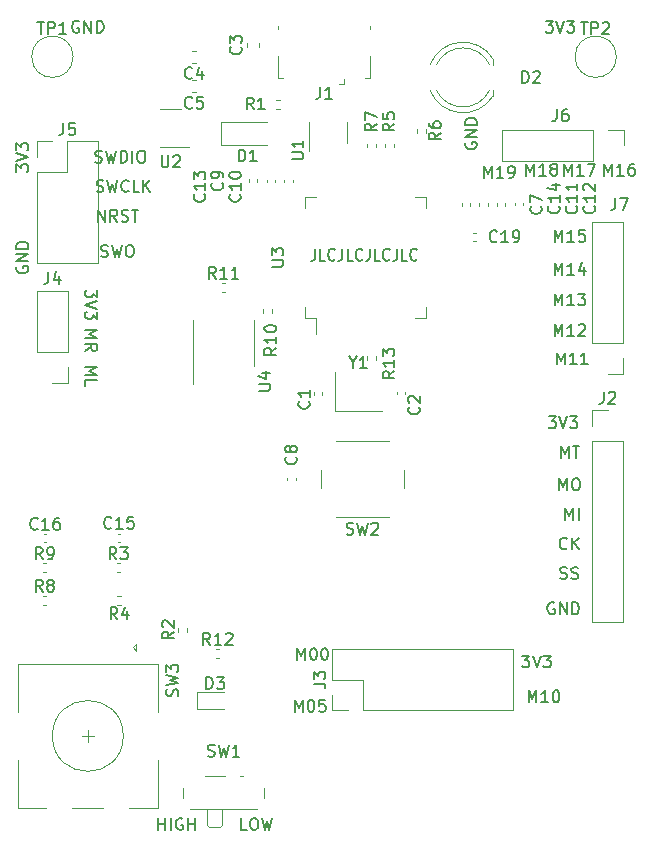
<source format=gbr>
%TF.GenerationSoftware,KiCad,Pcbnew,(5.1.10)-1*%
%TF.CreationDate,2021-11-12T17:46:38-08:00*%
%TF.ProjectId,mouse_proj,6d6f7573-655f-4707-926f-6a2e6b696361,rev?*%
%TF.SameCoordinates,Original*%
%TF.FileFunction,Legend,Top*%
%TF.FilePolarity,Positive*%
%FSLAX46Y46*%
G04 Gerber Fmt 4.6, Leading zero omitted, Abs format (unit mm)*
G04 Created by KiCad (PCBNEW (5.1.10)-1) date 2021-11-12 17:46:38*
%MOMM*%
%LPD*%
G01*
G04 APERTURE LIST*
%ADD10C,0.150000*%
%ADD11C,0.120000*%
G04 APERTURE END LIST*
D10*
X216242857Y-70252380D02*
X216242857Y-70966666D01*
X216200000Y-71109523D01*
X216114285Y-71204761D01*
X215985714Y-71252380D01*
X215900000Y-71252380D01*
X217100000Y-71252380D02*
X216671428Y-71252380D01*
X216671428Y-70252380D01*
X217914285Y-71157142D02*
X217871428Y-71204761D01*
X217742857Y-71252380D01*
X217657142Y-71252380D01*
X217528571Y-71204761D01*
X217442857Y-71109523D01*
X217400000Y-71014285D01*
X217357142Y-70823809D01*
X217357142Y-70680952D01*
X217400000Y-70490476D01*
X217442857Y-70395238D01*
X217528571Y-70300000D01*
X217657142Y-70252380D01*
X217742857Y-70252380D01*
X217871428Y-70300000D01*
X217914285Y-70347619D01*
X218557142Y-70252380D02*
X218557142Y-70966666D01*
X218514285Y-71109523D01*
X218428571Y-71204761D01*
X218300000Y-71252380D01*
X218214285Y-71252380D01*
X219414285Y-71252380D02*
X218985714Y-71252380D01*
X218985714Y-70252380D01*
X220228571Y-71157142D02*
X220185714Y-71204761D01*
X220057142Y-71252380D01*
X219971428Y-71252380D01*
X219842857Y-71204761D01*
X219757142Y-71109523D01*
X219714285Y-71014285D01*
X219671428Y-70823809D01*
X219671428Y-70680952D01*
X219714285Y-70490476D01*
X219757142Y-70395238D01*
X219842857Y-70300000D01*
X219971428Y-70252380D01*
X220057142Y-70252380D01*
X220185714Y-70300000D01*
X220228571Y-70347619D01*
X220871428Y-70252380D02*
X220871428Y-70966666D01*
X220828571Y-71109523D01*
X220742857Y-71204761D01*
X220614285Y-71252380D01*
X220528571Y-71252380D01*
X221728571Y-71252380D02*
X221300000Y-71252380D01*
X221300000Y-70252380D01*
X222542857Y-71157142D02*
X222500000Y-71204761D01*
X222371428Y-71252380D01*
X222285714Y-71252380D01*
X222157142Y-71204761D01*
X222071428Y-71109523D01*
X222028571Y-71014285D01*
X221985714Y-70823809D01*
X221985714Y-70680952D01*
X222028571Y-70490476D01*
X222071428Y-70395238D01*
X222157142Y-70300000D01*
X222285714Y-70252380D01*
X222371428Y-70252380D01*
X222500000Y-70300000D01*
X222542857Y-70347619D01*
X223185714Y-70252380D02*
X223185714Y-70966666D01*
X223142857Y-71109523D01*
X223057142Y-71204761D01*
X222928571Y-71252380D01*
X222842857Y-71252380D01*
X224042857Y-71252380D02*
X223614285Y-71252380D01*
X223614285Y-70252380D01*
X224857142Y-71157142D02*
X224814285Y-71204761D01*
X224685714Y-71252380D01*
X224600000Y-71252380D01*
X224471428Y-71204761D01*
X224385714Y-71109523D01*
X224342857Y-71014285D01*
X224300000Y-70823809D01*
X224300000Y-70680952D01*
X224342857Y-70490476D01*
X224385714Y-70395238D01*
X224471428Y-70300000D01*
X224600000Y-70252380D01*
X224685714Y-70252380D01*
X224814285Y-70300000D01*
X224857142Y-70347619D01*
X234114285Y-64052380D02*
X234114285Y-63052380D01*
X234447619Y-63766666D01*
X234780952Y-63052380D01*
X234780952Y-64052380D01*
X235780952Y-64052380D02*
X235209523Y-64052380D01*
X235495238Y-64052380D02*
X235495238Y-63052380D01*
X235400000Y-63195238D01*
X235304761Y-63290476D01*
X235209523Y-63338095D01*
X236352380Y-63480952D02*
X236257142Y-63433333D01*
X236209523Y-63385714D01*
X236161904Y-63290476D01*
X236161904Y-63242857D01*
X236209523Y-63147619D01*
X236257142Y-63100000D01*
X236352380Y-63052380D01*
X236542857Y-63052380D01*
X236638095Y-63100000D01*
X236685714Y-63147619D01*
X236733333Y-63242857D01*
X236733333Y-63290476D01*
X236685714Y-63385714D01*
X236638095Y-63433333D01*
X236542857Y-63480952D01*
X236352380Y-63480952D01*
X236257142Y-63528571D01*
X236209523Y-63576190D01*
X236161904Y-63671428D01*
X236161904Y-63861904D01*
X236209523Y-63957142D01*
X236257142Y-64004761D01*
X236352380Y-64052380D01*
X236542857Y-64052380D01*
X236638095Y-64004761D01*
X236685714Y-63957142D01*
X236733333Y-63861904D01*
X236733333Y-63671428D01*
X236685714Y-63576190D01*
X236638095Y-63528571D01*
X236542857Y-63480952D01*
X237314285Y-64052380D02*
X237314285Y-63052380D01*
X237647619Y-63766666D01*
X237980952Y-63052380D01*
X237980952Y-64052380D01*
X238980952Y-64052380D02*
X238409523Y-64052380D01*
X238695238Y-64052380D02*
X238695238Y-63052380D01*
X238600000Y-63195238D01*
X238504761Y-63290476D01*
X238409523Y-63338095D01*
X239314285Y-63052380D02*
X239980952Y-63052380D01*
X239552380Y-64052380D01*
X240714285Y-64052380D02*
X240714285Y-63052380D01*
X241047619Y-63766666D01*
X241380952Y-63052380D01*
X241380952Y-64052380D01*
X242380952Y-64052380D02*
X241809523Y-64052380D01*
X242095238Y-64052380D02*
X242095238Y-63052380D01*
X242000000Y-63195238D01*
X241904761Y-63290476D01*
X241809523Y-63338095D01*
X243238095Y-63052380D02*
X243047619Y-63052380D01*
X242952380Y-63100000D01*
X242904761Y-63147619D01*
X242809523Y-63290476D01*
X242761904Y-63480952D01*
X242761904Y-63861904D01*
X242809523Y-63957142D01*
X242857142Y-64004761D01*
X242952380Y-64052380D01*
X243142857Y-64052380D01*
X243238095Y-64004761D01*
X243285714Y-63957142D01*
X243333333Y-63861904D01*
X243333333Y-63623809D01*
X243285714Y-63528571D01*
X243238095Y-63480952D01*
X243142857Y-63433333D01*
X242952380Y-63433333D01*
X242857142Y-63480952D01*
X242809523Y-63528571D01*
X242761904Y-63623809D01*
X230514285Y-64252380D02*
X230514285Y-63252380D01*
X230847619Y-63966666D01*
X231180952Y-63252380D01*
X231180952Y-64252380D01*
X232180952Y-64252380D02*
X231609523Y-64252380D01*
X231895238Y-64252380D02*
X231895238Y-63252380D01*
X231800000Y-63395238D01*
X231704761Y-63490476D01*
X231609523Y-63538095D01*
X232657142Y-64252380D02*
X232847619Y-64252380D01*
X232942857Y-64204761D01*
X232990476Y-64157142D01*
X233085714Y-64014285D01*
X233133333Y-63823809D01*
X233133333Y-63442857D01*
X233085714Y-63347619D01*
X233038095Y-63300000D01*
X232942857Y-63252380D01*
X232752380Y-63252380D01*
X232657142Y-63300000D01*
X232609523Y-63347619D01*
X232561904Y-63442857D01*
X232561904Y-63680952D01*
X232609523Y-63776190D01*
X232657142Y-63823809D01*
X232752380Y-63871428D01*
X232942857Y-63871428D01*
X233038095Y-63823809D01*
X233085714Y-63776190D01*
X233133333Y-63680952D01*
X236514285Y-69652380D02*
X236514285Y-68652380D01*
X236847619Y-69366666D01*
X237180952Y-68652380D01*
X237180952Y-69652380D01*
X238180952Y-69652380D02*
X237609523Y-69652380D01*
X237895238Y-69652380D02*
X237895238Y-68652380D01*
X237800000Y-68795238D01*
X237704761Y-68890476D01*
X237609523Y-68938095D01*
X239085714Y-68652380D02*
X238609523Y-68652380D01*
X238561904Y-69128571D01*
X238609523Y-69080952D01*
X238704761Y-69033333D01*
X238942857Y-69033333D01*
X239038095Y-69080952D01*
X239085714Y-69128571D01*
X239133333Y-69223809D01*
X239133333Y-69461904D01*
X239085714Y-69557142D01*
X239038095Y-69604761D01*
X238942857Y-69652380D01*
X238704761Y-69652380D01*
X238609523Y-69604761D01*
X238561904Y-69557142D01*
X236514285Y-72452380D02*
X236514285Y-71452380D01*
X236847619Y-72166666D01*
X237180952Y-71452380D01*
X237180952Y-72452380D01*
X238180952Y-72452380D02*
X237609523Y-72452380D01*
X237895238Y-72452380D02*
X237895238Y-71452380D01*
X237800000Y-71595238D01*
X237704761Y-71690476D01*
X237609523Y-71738095D01*
X239038095Y-71785714D02*
X239038095Y-72452380D01*
X238800000Y-71404761D02*
X238561904Y-72119047D01*
X239180952Y-72119047D01*
X236514285Y-77652380D02*
X236514285Y-76652380D01*
X236847619Y-77366666D01*
X237180952Y-76652380D01*
X237180952Y-77652380D01*
X238180952Y-77652380D02*
X237609523Y-77652380D01*
X237895238Y-77652380D02*
X237895238Y-76652380D01*
X237800000Y-76795238D01*
X237704761Y-76890476D01*
X237609523Y-76938095D01*
X238561904Y-76747619D02*
X238609523Y-76700000D01*
X238704761Y-76652380D01*
X238942857Y-76652380D01*
X239038095Y-76700000D01*
X239085714Y-76747619D01*
X239133333Y-76842857D01*
X239133333Y-76938095D01*
X239085714Y-77080952D01*
X238514285Y-77652380D01*
X239133333Y-77652380D01*
X236514285Y-75052380D02*
X236514285Y-74052380D01*
X236847619Y-74766666D01*
X237180952Y-74052380D01*
X237180952Y-75052380D01*
X238180952Y-75052380D02*
X237609523Y-75052380D01*
X237895238Y-75052380D02*
X237895238Y-74052380D01*
X237800000Y-74195238D01*
X237704761Y-74290476D01*
X237609523Y-74338095D01*
X238514285Y-74052380D02*
X239133333Y-74052380D01*
X238800000Y-74433333D01*
X238942857Y-74433333D01*
X239038095Y-74480952D01*
X239085714Y-74528571D01*
X239133333Y-74623809D01*
X239133333Y-74861904D01*
X239085714Y-74957142D01*
X239038095Y-75004761D01*
X238942857Y-75052380D01*
X238657142Y-75052380D01*
X238561904Y-75004761D01*
X238514285Y-74957142D01*
X197738095Y-65404761D02*
X197880952Y-65452380D01*
X198119047Y-65452380D01*
X198214285Y-65404761D01*
X198261904Y-65357142D01*
X198309523Y-65261904D01*
X198309523Y-65166666D01*
X198261904Y-65071428D01*
X198214285Y-65023809D01*
X198119047Y-64976190D01*
X197928571Y-64928571D01*
X197833333Y-64880952D01*
X197785714Y-64833333D01*
X197738095Y-64738095D01*
X197738095Y-64642857D01*
X197785714Y-64547619D01*
X197833333Y-64500000D01*
X197928571Y-64452380D01*
X198166666Y-64452380D01*
X198309523Y-64500000D01*
X198642857Y-64452380D02*
X198880952Y-65452380D01*
X199071428Y-64738095D01*
X199261904Y-65452380D01*
X199500000Y-64452380D01*
X200452380Y-65357142D02*
X200404761Y-65404761D01*
X200261904Y-65452380D01*
X200166666Y-65452380D01*
X200023809Y-65404761D01*
X199928571Y-65309523D01*
X199880952Y-65214285D01*
X199833333Y-65023809D01*
X199833333Y-64880952D01*
X199880952Y-64690476D01*
X199928571Y-64595238D01*
X200023809Y-64500000D01*
X200166666Y-64452380D01*
X200261904Y-64452380D01*
X200404761Y-64500000D01*
X200452380Y-64547619D01*
X201357142Y-65452380D02*
X200880952Y-65452380D01*
X200880952Y-64452380D01*
X201690476Y-65452380D02*
X201690476Y-64452380D01*
X202261904Y-65452380D02*
X201833333Y-64880952D01*
X202261904Y-64452380D02*
X201690476Y-65023809D01*
X229000000Y-61261904D02*
X228952380Y-61357142D01*
X228952380Y-61500000D01*
X229000000Y-61642857D01*
X229095238Y-61738095D01*
X229190476Y-61785714D01*
X229380952Y-61833333D01*
X229523809Y-61833333D01*
X229714285Y-61785714D01*
X229809523Y-61738095D01*
X229904761Y-61642857D01*
X229952380Y-61500000D01*
X229952380Y-61404761D01*
X229904761Y-61261904D01*
X229857142Y-61214285D01*
X229523809Y-61214285D01*
X229523809Y-61404761D01*
X229952380Y-60785714D02*
X228952380Y-60785714D01*
X229952380Y-60214285D01*
X228952380Y-60214285D01*
X229952380Y-59738095D02*
X228952380Y-59738095D01*
X228952380Y-59500000D01*
X229000000Y-59357142D01*
X229095238Y-59261904D01*
X229190476Y-59214285D01*
X229380952Y-59166666D01*
X229523809Y-59166666D01*
X229714285Y-59214285D01*
X229809523Y-59261904D01*
X229904761Y-59357142D01*
X229952380Y-59500000D01*
X229952380Y-59738095D01*
X202952380Y-119452380D02*
X202952380Y-118452380D01*
X202952380Y-118928571D02*
X203523809Y-118928571D01*
X203523809Y-119452380D02*
X203523809Y-118452380D01*
X204000000Y-119452380D02*
X204000000Y-118452380D01*
X205000000Y-118500000D02*
X204904761Y-118452380D01*
X204761904Y-118452380D01*
X204619047Y-118500000D01*
X204523809Y-118595238D01*
X204476190Y-118690476D01*
X204428571Y-118880952D01*
X204428571Y-119023809D01*
X204476190Y-119214285D01*
X204523809Y-119309523D01*
X204619047Y-119404761D01*
X204761904Y-119452380D01*
X204857142Y-119452380D01*
X205000000Y-119404761D01*
X205047619Y-119357142D01*
X205047619Y-119023809D01*
X204857142Y-119023809D01*
X205476190Y-119452380D02*
X205476190Y-118452380D01*
X205476190Y-118928571D02*
X206047619Y-118928571D01*
X206047619Y-119452380D02*
X206047619Y-118452380D01*
X210464285Y-119452380D02*
X209988095Y-119452380D01*
X209988095Y-118452380D01*
X210988095Y-118452380D02*
X211178571Y-118452380D01*
X211273809Y-118500000D01*
X211369047Y-118595238D01*
X211416666Y-118785714D01*
X211416666Y-119119047D01*
X211369047Y-119309523D01*
X211273809Y-119404761D01*
X211178571Y-119452380D01*
X210988095Y-119452380D01*
X210892857Y-119404761D01*
X210797619Y-119309523D01*
X210750000Y-119119047D01*
X210750000Y-118785714D01*
X210797619Y-118595238D01*
X210892857Y-118500000D01*
X210988095Y-118452380D01*
X211750000Y-118452380D02*
X211988095Y-119452380D01*
X212178571Y-118738095D01*
X212369047Y-119452380D01*
X212607142Y-118452380D01*
X233761904Y-104702380D02*
X234380952Y-104702380D01*
X234047619Y-105083333D01*
X234190476Y-105083333D01*
X234285714Y-105130952D01*
X234333333Y-105178571D01*
X234380952Y-105273809D01*
X234380952Y-105511904D01*
X234333333Y-105607142D01*
X234285714Y-105654761D01*
X234190476Y-105702380D01*
X233904761Y-105702380D01*
X233809523Y-105654761D01*
X233761904Y-105607142D01*
X234666666Y-104702380D02*
X235000000Y-105702380D01*
X235333333Y-104702380D01*
X235571428Y-104702380D02*
X236190476Y-104702380D01*
X235857142Y-105083333D01*
X236000000Y-105083333D01*
X236095238Y-105130952D01*
X236142857Y-105178571D01*
X236190476Y-105273809D01*
X236190476Y-105511904D01*
X236142857Y-105607142D01*
X236095238Y-105654761D01*
X236000000Y-105702380D01*
X235714285Y-105702380D01*
X235619047Y-105654761D01*
X235571428Y-105607142D01*
X235761904Y-50952380D02*
X236380952Y-50952380D01*
X236047619Y-51333333D01*
X236190476Y-51333333D01*
X236285714Y-51380952D01*
X236333333Y-51428571D01*
X236380952Y-51523809D01*
X236380952Y-51761904D01*
X236333333Y-51857142D01*
X236285714Y-51904761D01*
X236190476Y-51952380D01*
X235904761Y-51952380D01*
X235809523Y-51904761D01*
X235761904Y-51857142D01*
X236666666Y-50952380D02*
X237000000Y-51952380D01*
X237333333Y-50952380D01*
X237571428Y-50952380D02*
X238190476Y-50952380D01*
X237857142Y-51333333D01*
X238000000Y-51333333D01*
X238095238Y-51380952D01*
X238142857Y-51428571D01*
X238190476Y-51523809D01*
X238190476Y-51761904D01*
X238142857Y-51857142D01*
X238095238Y-51904761D01*
X238000000Y-51952380D01*
X237714285Y-51952380D01*
X237619047Y-51904761D01*
X237571428Y-51857142D01*
X196238095Y-51000000D02*
X196142857Y-50952380D01*
X196000000Y-50952380D01*
X195857142Y-51000000D01*
X195761904Y-51095238D01*
X195714285Y-51190476D01*
X195666666Y-51380952D01*
X195666666Y-51523809D01*
X195714285Y-51714285D01*
X195761904Y-51809523D01*
X195857142Y-51904761D01*
X196000000Y-51952380D01*
X196095238Y-51952380D01*
X196238095Y-51904761D01*
X196285714Y-51857142D01*
X196285714Y-51523809D01*
X196095238Y-51523809D01*
X196714285Y-51952380D02*
X196714285Y-50952380D01*
X197285714Y-51952380D01*
X197285714Y-50952380D01*
X197761904Y-51952380D02*
X197761904Y-50952380D01*
X198000000Y-50952380D01*
X198142857Y-51000000D01*
X198238095Y-51095238D01*
X198285714Y-51190476D01*
X198333333Y-51380952D01*
X198333333Y-51523809D01*
X198285714Y-51714285D01*
X198238095Y-51809523D01*
X198142857Y-51904761D01*
X198000000Y-51952380D01*
X197761904Y-51952380D01*
X236488095Y-100250000D02*
X236392857Y-100202380D01*
X236250000Y-100202380D01*
X236107142Y-100250000D01*
X236011904Y-100345238D01*
X235964285Y-100440476D01*
X235916666Y-100630952D01*
X235916666Y-100773809D01*
X235964285Y-100964285D01*
X236011904Y-101059523D01*
X236107142Y-101154761D01*
X236250000Y-101202380D01*
X236345238Y-101202380D01*
X236488095Y-101154761D01*
X236535714Y-101107142D01*
X236535714Y-100773809D01*
X236345238Y-100773809D01*
X236964285Y-101202380D02*
X236964285Y-100202380D01*
X237535714Y-101202380D01*
X237535714Y-100202380D01*
X238011904Y-101202380D02*
X238011904Y-100202380D01*
X238250000Y-100202380D01*
X238392857Y-100250000D01*
X238488095Y-100345238D01*
X238535714Y-100440476D01*
X238583333Y-100630952D01*
X238583333Y-100773809D01*
X238535714Y-100964285D01*
X238488095Y-101059523D01*
X238392857Y-101154761D01*
X238250000Y-101202380D01*
X238011904Y-101202380D01*
X236988095Y-98154761D02*
X237130952Y-98202380D01*
X237369047Y-98202380D01*
X237464285Y-98154761D01*
X237511904Y-98107142D01*
X237559523Y-98011904D01*
X237559523Y-97916666D01*
X237511904Y-97821428D01*
X237464285Y-97773809D01*
X237369047Y-97726190D01*
X237178571Y-97678571D01*
X237083333Y-97630952D01*
X237035714Y-97583333D01*
X236988095Y-97488095D01*
X236988095Y-97392857D01*
X237035714Y-97297619D01*
X237083333Y-97250000D01*
X237178571Y-97202380D01*
X237416666Y-97202380D01*
X237559523Y-97250000D01*
X237940476Y-98154761D02*
X238083333Y-98202380D01*
X238321428Y-98202380D01*
X238416666Y-98154761D01*
X238464285Y-98107142D01*
X238511904Y-98011904D01*
X238511904Y-97916666D01*
X238464285Y-97821428D01*
X238416666Y-97773809D01*
X238321428Y-97726190D01*
X238130952Y-97678571D01*
X238035714Y-97630952D01*
X237988095Y-97583333D01*
X237940476Y-97488095D01*
X237940476Y-97392857D01*
X237988095Y-97297619D01*
X238035714Y-97250000D01*
X238130952Y-97202380D01*
X238369047Y-97202380D01*
X238511904Y-97250000D01*
X237559523Y-95607142D02*
X237511904Y-95654761D01*
X237369047Y-95702380D01*
X237273809Y-95702380D01*
X237130952Y-95654761D01*
X237035714Y-95559523D01*
X236988095Y-95464285D01*
X236940476Y-95273809D01*
X236940476Y-95130952D01*
X236988095Y-94940476D01*
X237035714Y-94845238D01*
X237130952Y-94750000D01*
X237273809Y-94702380D01*
X237369047Y-94702380D01*
X237511904Y-94750000D01*
X237559523Y-94797619D01*
X237988095Y-95702380D02*
X237988095Y-94702380D01*
X238559523Y-95702380D02*
X238130952Y-95130952D01*
X238559523Y-94702380D02*
X237988095Y-95273809D01*
X237428571Y-93202380D02*
X237428571Y-92202380D01*
X237761904Y-92916666D01*
X238095238Y-92202380D01*
X238095238Y-93202380D01*
X238571428Y-93202380D02*
X238571428Y-92202380D01*
X236892857Y-90702380D02*
X236892857Y-89702380D01*
X237226190Y-90416666D01*
X237559523Y-89702380D01*
X237559523Y-90702380D01*
X238226190Y-89702380D02*
X238416666Y-89702380D01*
X238511904Y-89750000D01*
X238607142Y-89845238D01*
X238654761Y-90035714D01*
X238654761Y-90369047D01*
X238607142Y-90559523D01*
X238511904Y-90654761D01*
X238416666Y-90702380D01*
X238226190Y-90702380D01*
X238130952Y-90654761D01*
X238035714Y-90559523D01*
X237988095Y-90369047D01*
X237988095Y-90035714D01*
X238035714Y-89845238D01*
X238130952Y-89750000D01*
X238226190Y-89702380D01*
X237035714Y-87952380D02*
X237035714Y-86952380D01*
X237369047Y-87666666D01*
X237702380Y-86952380D01*
X237702380Y-87952380D01*
X238035714Y-86952380D02*
X238607142Y-86952380D01*
X238321428Y-87952380D02*
X238321428Y-86952380D01*
X236011904Y-84452380D02*
X236630952Y-84452380D01*
X236297619Y-84833333D01*
X236440476Y-84833333D01*
X236535714Y-84880952D01*
X236583333Y-84928571D01*
X236630952Y-85023809D01*
X236630952Y-85261904D01*
X236583333Y-85357142D01*
X236535714Y-85404761D01*
X236440476Y-85452380D01*
X236154761Y-85452380D01*
X236059523Y-85404761D01*
X236011904Y-85357142D01*
X236916666Y-84452380D02*
X237250000Y-85452380D01*
X237583333Y-84452380D01*
X237821428Y-84452380D02*
X238440476Y-84452380D01*
X238107142Y-84833333D01*
X238250000Y-84833333D01*
X238345238Y-84880952D01*
X238392857Y-84928571D01*
X238440476Y-85023809D01*
X238440476Y-85261904D01*
X238392857Y-85357142D01*
X238345238Y-85404761D01*
X238250000Y-85452380D01*
X237964285Y-85452380D01*
X237869047Y-85404761D01*
X237821428Y-85357142D01*
X190952380Y-63738095D02*
X190952380Y-63119047D01*
X191333333Y-63452380D01*
X191333333Y-63309523D01*
X191380952Y-63214285D01*
X191428571Y-63166666D01*
X191523809Y-63119047D01*
X191761904Y-63119047D01*
X191857142Y-63166666D01*
X191904761Y-63214285D01*
X191952380Y-63309523D01*
X191952380Y-63595238D01*
X191904761Y-63690476D01*
X191857142Y-63738095D01*
X190952380Y-62833333D02*
X191952380Y-62500000D01*
X190952380Y-62166666D01*
X190952380Y-61928571D02*
X190952380Y-61309523D01*
X191333333Y-61642857D01*
X191333333Y-61500000D01*
X191380952Y-61404761D01*
X191428571Y-61357142D01*
X191523809Y-61309523D01*
X191761904Y-61309523D01*
X191857142Y-61357142D01*
X191904761Y-61404761D01*
X191952380Y-61500000D01*
X191952380Y-61785714D01*
X191904761Y-61880952D01*
X191857142Y-61928571D01*
X191000000Y-71761904D02*
X190952380Y-71857142D01*
X190952380Y-72000000D01*
X191000000Y-72142857D01*
X191095238Y-72238095D01*
X191190476Y-72285714D01*
X191380952Y-72333333D01*
X191523809Y-72333333D01*
X191714285Y-72285714D01*
X191809523Y-72238095D01*
X191904761Y-72142857D01*
X191952380Y-72000000D01*
X191952380Y-71904761D01*
X191904761Y-71761904D01*
X191857142Y-71714285D01*
X191523809Y-71714285D01*
X191523809Y-71904761D01*
X191952380Y-71285714D02*
X190952380Y-71285714D01*
X191952380Y-70714285D01*
X190952380Y-70714285D01*
X191952380Y-70238095D02*
X190952380Y-70238095D01*
X190952380Y-70000000D01*
X191000000Y-69857142D01*
X191095238Y-69761904D01*
X191190476Y-69714285D01*
X191380952Y-69666666D01*
X191523809Y-69666666D01*
X191714285Y-69714285D01*
X191809523Y-69761904D01*
X191904761Y-69857142D01*
X191952380Y-70000000D01*
X191952380Y-70238095D01*
X198119047Y-70904761D02*
X198261904Y-70952380D01*
X198500000Y-70952380D01*
X198595238Y-70904761D01*
X198642857Y-70857142D01*
X198690476Y-70761904D01*
X198690476Y-70666666D01*
X198642857Y-70571428D01*
X198595238Y-70523809D01*
X198500000Y-70476190D01*
X198309523Y-70428571D01*
X198214285Y-70380952D01*
X198166666Y-70333333D01*
X198119047Y-70238095D01*
X198119047Y-70142857D01*
X198166666Y-70047619D01*
X198214285Y-70000000D01*
X198309523Y-69952380D01*
X198547619Y-69952380D01*
X198690476Y-70000000D01*
X199023809Y-69952380D02*
X199261904Y-70952380D01*
X199452380Y-70238095D01*
X199642857Y-70952380D01*
X199880952Y-69952380D01*
X200452380Y-69952380D02*
X200642857Y-69952380D01*
X200738095Y-70000000D01*
X200833333Y-70095238D01*
X200880952Y-70285714D01*
X200880952Y-70619047D01*
X200833333Y-70809523D01*
X200738095Y-70904761D01*
X200642857Y-70952380D01*
X200452380Y-70952380D01*
X200357142Y-70904761D01*
X200261904Y-70809523D01*
X200214285Y-70619047D01*
X200214285Y-70285714D01*
X200261904Y-70095238D01*
X200357142Y-70000000D01*
X200452380Y-69952380D01*
X197857142Y-67952380D02*
X197857142Y-66952380D01*
X198428571Y-67952380D01*
X198428571Y-66952380D01*
X199476190Y-67952380D02*
X199142857Y-67476190D01*
X198904761Y-67952380D02*
X198904761Y-66952380D01*
X199285714Y-66952380D01*
X199380952Y-67000000D01*
X199428571Y-67047619D01*
X199476190Y-67142857D01*
X199476190Y-67285714D01*
X199428571Y-67380952D01*
X199380952Y-67428571D01*
X199285714Y-67476190D01*
X198904761Y-67476190D01*
X199857142Y-67904761D02*
X200000000Y-67952380D01*
X200238095Y-67952380D01*
X200333333Y-67904761D01*
X200380952Y-67857142D01*
X200428571Y-67761904D01*
X200428571Y-67666666D01*
X200380952Y-67571428D01*
X200333333Y-67523809D01*
X200238095Y-67476190D01*
X200047619Y-67428571D01*
X199952380Y-67380952D01*
X199904761Y-67333333D01*
X199857142Y-67238095D01*
X199857142Y-67142857D01*
X199904761Y-67047619D01*
X199952380Y-67000000D01*
X200047619Y-66952380D01*
X200285714Y-66952380D01*
X200428571Y-67000000D01*
X200714285Y-66952380D02*
X201285714Y-66952380D01*
X201000000Y-67952380D02*
X201000000Y-66952380D01*
X197630952Y-62904761D02*
X197773809Y-62952380D01*
X198011904Y-62952380D01*
X198107142Y-62904761D01*
X198154761Y-62857142D01*
X198202380Y-62761904D01*
X198202380Y-62666666D01*
X198154761Y-62571428D01*
X198107142Y-62523809D01*
X198011904Y-62476190D01*
X197821428Y-62428571D01*
X197726190Y-62380952D01*
X197678571Y-62333333D01*
X197630952Y-62238095D01*
X197630952Y-62142857D01*
X197678571Y-62047619D01*
X197726190Y-62000000D01*
X197821428Y-61952380D01*
X198059523Y-61952380D01*
X198202380Y-62000000D01*
X198535714Y-61952380D02*
X198773809Y-62952380D01*
X198964285Y-62238095D01*
X199154761Y-62952380D01*
X199392857Y-61952380D01*
X199773809Y-62952380D02*
X199773809Y-61952380D01*
X200011904Y-61952380D01*
X200154761Y-62000000D01*
X200250000Y-62095238D01*
X200297619Y-62190476D01*
X200345238Y-62380952D01*
X200345238Y-62523809D01*
X200297619Y-62714285D01*
X200250000Y-62809523D01*
X200154761Y-62904761D01*
X200011904Y-62952380D01*
X199773809Y-62952380D01*
X200773809Y-62952380D02*
X200773809Y-61952380D01*
X201440476Y-61952380D02*
X201630952Y-61952380D01*
X201726190Y-62000000D01*
X201821428Y-62095238D01*
X201869047Y-62285714D01*
X201869047Y-62619047D01*
X201821428Y-62809523D01*
X201726190Y-62904761D01*
X201630952Y-62952380D01*
X201440476Y-62952380D01*
X201345238Y-62904761D01*
X201250000Y-62809523D01*
X201202380Y-62619047D01*
X201202380Y-62285714D01*
X201250000Y-62095238D01*
X201345238Y-62000000D01*
X201440476Y-61952380D01*
X197797619Y-73761904D02*
X197797619Y-74380952D01*
X197416666Y-74047619D01*
X197416666Y-74190476D01*
X197369047Y-74285714D01*
X197321428Y-74333333D01*
X197226190Y-74380952D01*
X196988095Y-74380952D01*
X196892857Y-74333333D01*
X196845238Y-74285714D01*
X196797619Y-74190476D01*
X196797619Y-73904761D01*
X196845238Y-73809523D01*
X196892857Y-73761904D01*
X197797619Y-74666666D02*
X196797619Y-75000000D01*
X197797619Y-75333333D01*
X197797619Y-75571428D02*
X197797619Y-76190476D01*
X197416666Y-75857142D01*
X197416666Y-76000000D01*
X197369047Y-76095238D01*
X197321428Y-76142857D01*
X197226190Y-76190476D01*
X196988095Y-76190476D01*
X196892857Y-76142857D01*
X196845238Y-76095238D01*
X196797619Y-76000000D01*
X196797619Y-75714285D01*
X196845238Y-75619047D01*
X196892857Y-75571428D01*
X196797619Y-80261904D02*
X197797619Y-80261904D01*
X197083333Y-80595238D01*
X197797619Y-80928571D01*
X196797619Y-80928571D01*
X196797619Y-81880952D02*
X196797619Y-81404761D01*
X197797619Y-81404761D01*
X196797619Y-77166666D02*
X197797619Y-77166666D01*
X197083333Y-77500000D01*
X197797619Y-77833333D01*
X196797619Y-77833333D01*
X196797619Y-78880952D02*
X197273809Y-78547619D01*
X196797619Y-78309523D02*
X197797619Y-78309523D01*
X197797619Y-78690476D01*
X197750000Y-78785714D01*
X197702380Y-78833333D01*
X197607142Y-78880952D01*
X197464285Y-78880952D01*
X197369047Y-78833333D01*
X197321428Y-78785714D01*
X197273809Y-78690476D01*
X197273809Y-78309523D01*
X214514285Y-109452380D02*
X214514285Y-108452380D01*
X214847619Y-109166666D01*
X215180952Y-108452380D01*
X215180952Y-109452380D01*
X215847619Y-108452380D02*
X215942857Y-108452380D01*
X216038095Y-108500000D01*
X216085714Y-108547619D01*
X216133333Y-108642857D01*
X216180952Y-108833333D01*
X216180952Y-109071428D01*
X216133333Y-109261904D01*
X216085714Y-109357142D01*
X216038095Y-109404761D01*
X215942857Y-109452380D01*
X215847619Y-109452380D01*
X215752380Y-109404761D01*
X215704761Y-109357142D01*
X215657142Y-109261904D01*
X215609523Y-109071428D01*
X215609523Y-108833333D01*
X215657142Y-108642857D01*
X215704761Y-108547619D01*
X215752380Y-108500000D01*
X215847619Y-108452380D01*
X217085714Y-108452380D02*
X216609523Y-108452380D01*
X216561904Y-108928571D01*
X216609523Y-108880952D01*
X216704761Y-108833333D01*
X216942857Y-108833333D01*
X217038095Y-108880952D01*
X217085714Y-108928571D01*
X217133333Y-109023809D01*
X217133333Y-109261904D01*
X217085714Y-109357142D01*
X217038095Y-109404761D01*
X216942857Y-109452380D01*
X216704761Y-109452380D01*
X216609523Y-109404761D01*
X216561904Y-109357142D01*
X236714285Y-80052380D02*
X236714285Y-79052380D01*
X237047619Y-79766666D01*
X237380952Y-79052380D01*
X237380952Y-80052380D01*
X238380952Y-80052380D02*
X237809523Y-80052380D01*
X238095238Y-80052380D02*
X238095238Y-79052380D01*
X238000000Y-79195238D01*
X237904761Y-79290476D01*
X237809523Y-79338095D01*
X239333333Y-80052380D02*
X238761904Y-80052380D01*
X239047619Y-80052380D02*
X239047619Y-79052380D01*
X238952380Y-79195238D01*
X238857142Y-79290476D01*
X238761904Y-79338095D01*
X234314285Y-108652380D02*
X234314285Y-107652380D01*
X234647619Y-108366666D01*
X234980952Y-107652380D01*
X234980952Y-108652380D01*
X235980952Y-108652380D02*
X235409523Y-108652380D01*
X235695238Y-108652380D02*
X235695238Y-107652380D01*
X235600000Y-107795238D01*
X235504761Y-107890476D01*
X235409523Y-107938095D01*
X236600000Y-107652380D02*
X236695238Y-107652380D01*
X236790476Y-107700000D01*
X236838095Y-107747619D01*
X236885714Y-107842857D01*
X236933333Y-108033333D01*
X236933333Y-108271428D01*
X236885714Y-108461904D01*
X236838095Y-108557142D01*
X236790476Y-108604761D01*
X236695238Y-108652380D01*
X236600000Y-108652380D01*
X236504761Y-108604761D01*
X236457142Y-108557142D01*
X236409523Y-108461904D01*
X236361904Y-108271428D01*
X236361904Y-108033333D01*
X236409523Y-107842857D01*
X236457142Y-107747619D01*
X236504761Y-107700000D01*
X236600000Y-107652380D01*
X214714285Y-105052380D02*
X214714285Y-104052380D01*
X215047619Y-104766666D01*
X215380952Y-104052380D01*
X215380952Y-105052380D01*
X216047619Y-104052380D02*
X216142857Y-104052380D01*
X216238095Y-104100000D01*
X216285714Y-104147619D01*
X216333333Y-104242857D01*
X216380952Y-104433333D01*
X216380952Y-104671428D01*
X216333333Y-104861904D01*
X216285714Y-104957142D01*
X216238095Y-105004761D01*
X216142857Y-105052380D01*
X216047619Y-105052380D01*
X215952380Y-105004761D01*
X215904761Y-104957142D01*
X215857142Y-104861904D01*
X215809523Y-104671428D01*
X215809523Y-104433333D01*
X215857142Y-104242857D01*
X215904761Y-104147619D01*
X215952380Y-104100000D01*
X216047619Y-104052380D01*
X217000000Y-104052380D02*
X217095238Y-104052380D01*
X217190476Y-104100000D01*
X217238095Y-104147619D01*
X217285714Y-104242857D01*
X217333333Y-104433333D01*
X217333333Y-104671428D01*
X217285714Y-104861904D01*
X217238095Y-104957142D01*
X217190476Y-105004761D01*
X217095238Y-105052380D01*
X217000000Y-105052380D01*
X216904761Y-105004761D01*
X216857142Y-104957142D01*
X216809523Y-104861904D01*
X216761904Y-104671428D01*
X216761904Y-104433333D01*
X216809523Y-104242857D01*
X216857142Y-104147619D01*
X216904761Y-104100000D01*
X217000000Y-104052380D01*
D11*
%TO.C,U3*%
X225610000Y-66840000D02*
X225610000Y-65890000D01*
X225610000Y-65890000D02*
X224660000Y-65890000D01*
X225610000Y-75160000D02*
X225610000Y-76110000D01*
X225610000Y-76110000D02*
X224660000Y-76110000D01*
X215390000Y-66840000D02*
X215390000Y-65890000D01*
X215390000Y-65890000D02*
X216340000Y-65890000D01*
X215390000Y-75160000D02*
X215390000Y-76110000D01*
X215390000Y-76110000D02*
X216340000Y-76110000D01*
X216340000Y-76110000D02*
X216340000Y-77450000D01*
%TO.C,SW2*%
X216750000Y-89000000D02*
X216750000Y-90500000D01*
X218000000Y-93000000D02*
X222500000Y-93000000D01*
X223750000Y-90500000D02*
X223750000Y-89000000D01*
X222500000Y-86500000D02*
X218000000Y-86500000D01*
%TO.C,C14*%
X230140000Y-66392164D02*
X230140000Y-66607836D01*
X230860000Y-66392164D02*
X230860000Y-66607836D01*
%TO.C,C11*%
X232360000Y-66412164D02*
X232360000Y-66627836D01*
X231640000Y-66412164D02*
X231640000Y-66627836D01*
%TO.C,C12*%
X233140000Y-66372164D02*
X233140000Y-66587836D01*
X233860000Y-66372164D02*
X233860000Y-66587836D01*
%TO.C,C13*%
X210640000Y-64587836D02*
X210640000Y-64372164D01*
X211360000Y-64587836D02*
X211360000Y-64372164D01*
%TO.C,C9*%
X212140000Y-64627836D02*
X212140000Y-64412164D01*
X212860000Y-64627836D02*
X212860000Y-64412164D01*
%TO.C,C10*%
X214360000Y-64627836D02*
X214360000Y-64412164D01*
X213640000Y-64627836D02*
X213640000Y-64412164D01*
%TO.C,C7*%
X229360000Y-66412164D02*
X229360000Y-66627836D01*
X228640000Y-66412164D02*
X228640000Y-66627836D01*
%TO.C,D2*%
X231321500Y-54670000D02*
X231321500Y-54205000D01*
X231321500Y-57295000D02*
X231321500Y-56830000D01*
X225973685Y-56830827D02*
G75*
G03*
X231321500Y-57294830I2787815J1080827D01*
G01*
X225973685Y-54669173D02*
G75*
G02*
X231321500Y-54205170I2787815J-1080827D01*
G01*
X226507021Y-56830429D02*
G75*
G03*
X231016184Y-56830000I2254479J1080429D01*
G01*
X226507021Y-54669571D02*
G75*
G02*
X231016184Y-54670000I2254479J-1080429D01*
G01*
%TO.C,J1*%
X218700000Y-56312500D02*
X218700000Y-55862500D01*
X218700000Y-56312500D02*
X218250000Y-56312500D01*
X213100000Y-55762500D02*
X213550000Y-55762500D01*
X213100000Y-53912500D02*
X213100000Y-55762500D01*
X220900000Y-51362500D02*
X220900000Y-51612500D01*
X213100000Y-51362500D02*
X213100000Y-51612500D01*
X220900000Y-53912500D02*
X220900000Y-55762500D01*
X220900000Y-55762500D02*
X220450000Y-55762500D01*
%TO.C,J2*%
X239670000Y-83920000D02*
X241000000Y-83920000D01*
X239670000Y-85250000D02*
X239670000Y-83920000D01*
X239670000Y-86520000D02*
X242330000Y-86520000D01*
X242330000Y-86520000D02*
X242330000Y-101820000D01*
X239670000Y-86520000D02*
X239670000Y-101820000D01*
X239670000Y-101820000D02*
X242330000Y-101820000D01*
%TO.C,J4*%
X195330000Y-81580000D02*
X194000000Y-81580000D01*
X195330000Y-80250000D02*
X195330000Y-81580000D01*
X195330000Y-78980000D02*
X192670000Y-78980000D01*
X192670000Y-78980000D02*
X192670000Y-73840000D01*
X195330000Y-78980000D02*
X195330000Y-73840000D01*
X195330000Y-73840000D02*
X192670000Y-73840000D01*
%TO.C,J5*%
X192670000Y-61170000D02*
X194000000Y-61170000D01*
X192670000Y-62500000D02*
X192670000Y-61170000D01*
X195270000Y-61170000D02*
X197870000Y-61170000D01*
X195270000Y-63770000D02*
X195270000Y-61170000D01*
X192670000Y-63770000D02*
X195270000Y-63770000D01*
X197870000Y-61170000D02*
X197870000Y-71450000D01*
X192670000Y-63770000D02*
X192670000Y-71450000D01*
X192670000Y-71450000D02*
X197870000Y-71450000D01*
%TO.C,SW1*%
X211950000Y-116720000D02*
X211950000Y-115930000D01*
X205050000Y-115930000D02*
X205050000Y-116720000D01*
X206900000Y-114880000D02*
X208600000Y-114880000D01*
X205650000Y-117730000D02*
X211350000Y-117730000D01*
X208400000Y-119020000D02*
X208400000Y-117730000D01*
X207300000Y-119230000D02*
X208200000Y-119230000D01*
X207100000Y-117730000D02*
X207100000Y-119020000D01*
X208400000Y-119020000D02*
X208200000Y-119230000D01*
X207100000Y-119020000D02*
X207300000Y-119230000D01*
X209900000Y-114880000D02*
X210100000Y-114880000D01*
%TO.C,SW3*%
X200000000Y-111500000D02*
G75*
G03*
X200000000Y-111500000I-3000000J0D01*
G01*
X202900000Y-113500000D02*
X202900000Y-117600000D01*
X191100000Y-117600000D02*
X191100000Y-113500000D01*
X191100000Y-109500000D02*
X191100000Y-105400000D01*
X202900000Y-109500000D02*
X202900000Y-105400000D01*
X202900000Y-105400000D02*
X191100000Y-105400000D01*
X200800000Y-104000000D02*
X201100000Y-103700000D01*
X201100000Y-103700000D02*
X201100000Y-104300000D01*
X201100000Y-104300000D02*
X200800000Y-104000000D01*
X202900000Y-117600000D02*
X200500000Y-117600000D01*
X198300000Y-117600000D02*
X195700000Y-117600000D01*
X193500000Y-117600000D02*
X191100000Y-117600000D01*
X197500000Y-111500000D02*
X196500000Y-111500000D01*
X197000000Y-111000000D02*
X197000000Y-112000000D01*
%TO.C,TP1*%
X195750000Y-54000000D02*
G75*
G03*
X195750000Y-54000000I-1750000J0D01*
G01*
%TO.C,TP2*%
X241750000Y-54000000D02*
G75*
G03*
X241750000Y-54000000I-1750000J0D01*
G01*
%TO.C,U1*%
X215715000Y-59525000D02*
X215715000Y-61975000D01*
X218935000Y-61325000D02*
X218935000Y-59525000D01*
%TO.C,C1*%
X216860000Y-82627836D02*
X216860000Y-82412164D01*
X216140000Y-82627836D02*
X216140000Y-82412164D01*
%TO.C,C2*%
X223860000Y-82372164D02*
X223860000Y-82587836D01*
X223140000Y-82372164D02*
X223140000Y-82587836D01*
%TO.C,C3*%
X210490000Y-53140580D02*
X210490000Y-52859420D01*
X211510000Y-53140580D02*
X211510000Y-52859420D01*
%TO.C,C4*%
X206140580Y-53490000D02*
X205859420Y-53490000D01*
X206140580Y-54510000D02*
X205859420Y-54510000D01*
%TO.C,C5*%
X206140580Y-57010000D02*
X205859420Y-57010000D01*
X206140580Y-55990000D02*
X205859420Y-55990000D01*
%TO.C,C8*%
X214610000Y-89622164D02*
X214610000Y-89837836D01*
X213890000Y-89622164D02*
X213890000Y-89837836D01*
%TO.C,C15*%
X199745336Y-95110000D02*
X199529664Y-95110000D01*
X199745336Y-94390000D02*
X199529664Y-94390000D01*
%TO.C,C16*%
X193279664Y-95110000D02*
X193495336Y-95110000D01*
X193279664Y-94390000D02*
X193495336Y-94390000D01*
%TO.C,C19*%
X229642164Y-69610000D02*
X229857836Y-69610000D01*
X229642164Y-68890000D02*
X229857836Y-68890000D01*
%TO.C,D1*%
X208250000Y-59500000D02*
X208250000Y-61500000D01*
X208250000Y-61500000D02*
X212150000Y-61500000D01*
X208250000Y-59500000D02*
X212150000Y-59500000D01*
%TO.C,D3*%
X208550000Y-107765000D02*
X206265000Y-107765000D01*
X206265000Y-107765000D02*
X206265000Y-109235000D01*
X206265000Y-109235000D02*
X208550000Y-109235000D01*
%TO.C,R1*%
X213241141Y-57620000D02*
X212933859Y-57620000D01*
X213241141Y-58380000D02*
X212933859Y-58380000D01*
%TO.C,R2*%
X205380000Y-102663641D02*
X205380000Y-102356359D01*
X204620000Y-102663641D02*
X204620000Y-102356359D01*
%TO.C,R3*%
X199433859Y-96870000D02*
X199741141Y-96870000D01*
X199433859Y-97630000D02*
X199741141Y-97630000D01*
%TO.C,R4*%
X199816141Y-99620000D02*
X199508859Y-99620000D01*
X199816141Y-100380000D02*
X199508859Y-100380000D01*
%TO.C,R5*%
X222880000Y-61356359D02*
X222880000Y-61663641D01*
X222120000Y-61356359D02*
X222120000Y-61663641D01*
%TO.C,R6*%
X225630000Y-60106359D02*
X225630000Y-60413641D01*
X224870000Y-60106359D02*
X224870000Y-60413641D01*
%TO.C,R7*%
X220620000Y-61356359D02*
X220620000Y-61663641D01*
X221380000Y-61356359D02*
X221380000Y-61663641D01*
%TO.C,R8*%
X193183859Y-99620000D02*
X193491141Y-99620000D01*
X193183859Y-100380000D02*
X193491141Y-100380000D01*
%TO.C,R9*%
X193183859Y-97630000D02*
X193491141Y-97630000D01*
X193183859Y-96870000D02*
X193491141Y-96870000D01*
%TO.C,R10*%
X211870000Y-75663641D02*
X211870000Y-75356359D01*
X212630000Y-75663641D02*
X212630000Y-75356359D01*
%TO.C,R11*%
X208336359Y-73880000D02*
X208643641Y-73880000D01*
X208336359Y-73120000D02*
X208643641Y-73120000D01*
%TO.C,R12*%
X207836359Y-104120000D02*
X208143641Y-104120000D01*
X207836359Y-104880000D02*
X208143641Y-104880000D01*
%TO.C,R13*%
X221380000Y-79336359D02*
X221380000Y-79643641D01*
X220620000Y-79336359D02*
X220620000Y-79643641D01*
%TO.C,U2*%
X204900000Y-58390000D02*
X203100000Y-58390000D01*
X203100000Y-61610000D02*
X205550000Y-61610000D01*
%TO.C,U4*%
X211060000Y-78250000D02*
X211060000Y-76300000D01*
X211060000Y-78250000D02*
X211060000Y-80200000D01*
X205940000Y-78250000D02*
X205940000Y-76300000D01*
X205940000Y-78250000D02*
X205940000Y-81700000D01*
%TO.C,Y1*%
X217900000Y-80700000D02*
X217900000Y-84000000D01*
X217900000Y-84000000D02*
X221900000Y-84000000D01*
%TO.C,J3*%
X217670000Y-109330000D02*
X217670000Y-108000000D01*
X219000000Y-109330000D02*
X217670000Y-109330000D01*
X217670000Y-106730000D02*
X217670000Y-104130000D01*
X220270000Y-106730000D02*
X217670000Y-106730000D01*
X220270000Y-109330000D02*
X220270000Y-106730000D01*
X217670000Y-104130000D02*
X233030000Y-104130000D01*
X220270000Y-109330000D02*
X233030000Y-109330000D01*
X233030000Y-109330000D02*
X233030000Y-104130000D01*
%TO.C,J6*%
X242370000Y-60170000D02*
X242370000Y-61500000D01*
X241040000Y-60170000D02*
X242370000Y-60170000D01*
X239770000Y-60170000D02*
X239770000Y-62830000D01*
X239770000Y-62830000D02*
X232090000Y-62830000D01*
X239770000Y-60170000D02*
X232090000Y-60170000D01*
X232090000Y-60170000D02*
X232090000Y-62830000D01*
%TO.C,J7*%
X242330000Y-80830000D02*
X241000000Y-80830000D01*
X242330000Y-79500000D02*
X242330000Y-80830000D01*
X242330000Y-78230000D02*
X239670000Y-78230000D01*
X239670000Y-78230000D02*
X239670000Y-68010000D01*
X242330000Y-78230000D02*
X242330000Y-68010000D01*
X242330000Y-68010000D02*
X239670000Y-68010000D01*
%TO.C,U3*%
D10*
X212552380Y-71761904D02*
X213361904Y-71761904D01*
X213457142Y-71714285D01*
X213504761Y-71666666D01*
X213552380Y-71571428D01*
X213552380Y-71380952D01*
X213504761Y-71285714D01*
X213457142Y-71238095D01*
X213361904Y-71190476D01*
X212552380Y-71190476D01*
X212552380Y-70809523D02*
X212552380Y-70190476D01*
X212933333Y-70523809D01*
X212933333Y-70380952D01*
X212980952Y-70285714D01*
X213028571Y-70238095D01*
X213123809Y-70190476D01*
X213361904Y-70190476D01*
X213457142Y-70238095D01*
X213504761Y-70285714D01*
X213552380Y-70380952D01*
X213552380Y-70666666D01*
X213504761Y-70761904D01*
X213457142Y-70809523D01*
%TO.C,SW2*%
X218916666Y-94404761D02*
X219059523Y-94452380D01*
X219297619Y-94452380D01*
X219392857Y-94404761D01*
X219440476Y-94357142D01*
X219488095Y-94261904D01*
X219488095Y-94166666D01*
X219440476Y-94071428D01*
X219392857Y-94023809D01*
X219297619Y-93976190D01*
X219107142Y-93928571D01*
X219011904Y-93880952D01*
X218964285Y-93833333D01*
X218916666Y-93738095D01*
X218916666Y-93642857D01*
X218964285Y-93547619D01*
X219011904Y-93500000D01*
X219107142Y-93452380D01*
X219345238Y-93452380D01*
X219488095Y-93500000D01*
X219821428Y-93452380D02*
X220059523Y-94452380D01*
X220250000Y-93738095D01*
X220440476Y-94452380D01*
X220678571Y-93452380D01*
X221011904Y-93547619D02*
X221059523Y-93500000D01*
X221154761Y-93452380D01*
X221392857Y-93452380D01*
X221488095Y-93500000D01*
X221535714Y-93547619D01*
X221583333Y-93642857D01*
X221583333Y-93738095D01*
X221535714Y-93880952D01*
X220964285Y-94452380D01*
X221583333Y-94452380D01*
%TO.C,C14*%
X236857142Y-66642857D02*
X236904761Y-66690476D01*
X236952380Y-66833333D01*
X236952380Y-66928571D01*
X236904761Y-67071428D01*
X236809523Y-67166666D01*
X236714285Y-67214285D01*
X236523809Y-67261904D01*
X236380952Y-67261904D01*
X236190476Y-67214285D01*
X236095238Y-67166666D01*
X236000000Y-67071428D01*
X235952380Y-66928571D01*
X235952380Y-66833333D01*
X236000000Y-66690476D01*
X236047619Y-66642857D01*
X236952380Y-65690476D02*
X236952380Y-66261904D01*
X236952380Y-65976190D02*
X235952380Y-65976190D01*
X236095238Y-66071428D01*
X236190476Y-66166666D01*
X236238095Y-66261904D01*
X236285714Y-64833333D02*
X236952380Y-64833333D01*
X235904761Y-65071428D02*
X236619047Y-65309523D01*
X236619047Y-64690476D01*
%TO.C,C11*%
X238357142Y-66642857D02*
X238404761Y-66690476D01*
X238452380Y-66833333D01*
X238452380Y-66928571D01*
X238404761Y-67071428D01*
X238309523Y-67166666D01*
X238214285Y-67214285D01*
X238023809Y-67261904D01*
X237880952Y-67261904D01*
X237690476Y-67214285D01*
X237595238Y-67166666D01*
X237500000Y-67071428D01*
X237452380Y-66928571D01*
X237452380Y-66833333D01*
X237500000Y-66690476D01*
X237547619Y-66642857D01*
X238452380Y-65690476D02*
X238452380Y-66261904D01*
X238452380Y-65976190D02*
X237452380Y-65976190D01*
X237595238Y-66071428D01*
X237690476Y-66166666D01*
X237738095Y-66261904D01*
X238452380Y-64738095D02*
X238452380Y-65309523D01*
X238452380Y-65023809D02*
X237452380Y-65023809D01*
X237595238Y-65119047D01*
X237690476Y-65214285D01*
X237738095Y-65309523D01*
%TO.C,C12*%
X239857142Y-66642857D02*
X239904761Y-66690476D01*
X239952380Y-66833333D01*
X239952380Y-66928571D01*
X239904761Y-67071428D01*
X239809523Y-67166666D01*
X239714285Y-67214285D01*
X239523809Y-67261904D01*
X239380952Y-67261904D01*
X239190476Y-67214285D01*
X239095238Y-67166666D01*
X239000000Y-67071428D01*
X238952380Y-66928571D01*
X238952380Y-66833333D01*
X239000000Y-66690476D01*
X239047619Y-66642857D01*
X239952380Y-65690476D02*
X239952380Y-66261904D01*
X239952380Y-65976190D02*
X238952380Y-65976190D01*
X239095238Y-66071428D01*
X239190476Y-66166666D01*
X239238095Y-66261904D01*
X239047619Y-65309523D02*
X239000000Y-65261904D01*
X238952380Y-65166666D01*
X238952380Y-64928571D01*
X239000000Y-64833333D01*
X239047619Y-64785714D01*
X239142857Y-64738095D01*
X239238095Y-64738095D01*
X239380952Y-64785714D01*
X239952380Y-65357142D01*
X239952380Y-64738095D01*
%TO.C,C13*%
X206857142Y-65642857D02*
X206904761Y-65690476D01*
X206952380Y-65833333D01*
X206952380Y-65928571D01*
X206904761Y-66071428D01*
X206809523Y-66166666D01*
X206714285Y-66214285D01*
X206523809Y-66261904D01*
X206380952Y-66261904D01*
X206190476Y-66214285D01*
X206095238Y-66166666D01*
X206000000Y-66071428D01*
X205952380Y-65928571D01*
X205952380Y-65833333D01*
X206000000Y-65690476D01*
X206047619Y-65642857D01*
X206952380Y-64690476D02*
X206952380Y-65261904D01*
X206952380Y-64976190D02*
X205952380Y-64976190D01*
X206095238Y-65071428D01*
X206190476Y-65166666D01*
X206238095Y-65261904D01*
X205952380Y-64357142D02*
X205952380Y-63738095D01*
X206333333Y-64071428D01*
X206333333Y-63928571D01*
X206380952Y-63833333D01*
X206428571Y-63785714D01*
X206523809Y-63738095D01*
X206761904Y-63738095D01*
X206857142Y-63785714D01*
X206904761Y-63833333D01*
X206952380Y-63928571D01*
X206952380Y-64214285D01*
X206904761Y-64309523D01*
X206857142Y-64357142D01*
%TO.C,C9*%
X208357142Y-64666666D02*
X208404761Y-64714285D01*
X208452380Y-64857142D01*
X208452380Y-64952380D01*
X208404761Y-65095238D01*
X208309523Y-65190476D01*
X208214285Y-65238095D01*
X208023809Y-65285714D01*
X207880952Y-65285714D01*
X207690476Y-65238095D01*
X207595238Y-65190476D01*
X207500000Y-65095238D01*
X207452380Y-64952380D01*
X207452380Y-64857142D01*
X207500000Y-64714285D01*
X207547619Y-64666666D01*
X208452380Y-64190476D02*
X208452380Y-64000000D01*
X208404761Y-63904761D01*
X208357142Y-63857142D01*
X208214285Y-63761904D01*
X208023809Y-63714285D01*
X207642857Y-63714285D01*
X207547619Y-63761904D01*
X207500000Y-63809523D01*
X207452380Y-63904761D01*
X207452380Y-64095238D01*
X207500000Y-64190476D01*
X207547619Y-64238095D01*
X207642857Y-64285714D01*
X207880952Y-64285714D01*
X207976190Y-64238095D01*
X208023809Y-64190476D01*
X208071428Y-64095238D01*
X208071428Y-63904761D01*
X208023809Y-63809523D01*
X207976190Y-63761904D01*
X207880952Y-63714285D01*
%TO.C,C10*%
X209857142Y-65642857D02*
X209904761Y-65690476D01*
X209952380Y-65833333D01*
X209952380Y-65928571D01*
X209904761Y-66071428D01*
X209809523Y-66166666D01*
X209714285Y-66214285D01*
X209523809Y-66261904D01*
X209380952Y-66261904D01*
X209190476Y-66214285D01*
X209095238Y-66166666D01*
X209000000Y-66071428D01*
X208952380Y-65928571D01*
X208952380Y-65833333D01*
X209000000Y-65690476D01*
X209047619Y-65642857D01*
X209952380Y-64690476D02*
X209952380Y-65261904D01*
X209952380Y-64976190D02*
X208952380Y-64976190D01*
X209095238Y-65071428D01*
X209190476Y-65166666D01*
X209238095Y-65261904D01*
X208952380Y-64071428D02*
X208952380Y-63976190D01*
X209000000Y-63880952D01*
X209047619Y-63833333D01*
X209142857Y-63785714D01*
X209333333Y-63738095D01*
X209571428Y-63738095D01*
X209761904Y-63785714D01*
X209857142Y-63833333D01*
X209904761Y-63880952D01*
X209952380Y-63976190D01*
X209952380Y-64071428D01*
X209904761Y-64166666D01*
X209857142Y-64214285D01*
X209761904Y-64261904D01*
X209571428Y-64309523D01*
X209333333Y-64309523D01*
X209142857Y-64261904D01*
X209047619Y-64214285D01*
X209000000Y-64166666D01*
X208952380Y-64071428D01*
%TO.C,C7*%
X235357142Y-66666666D02*
X235404761Y-66714285D01*
X235452380Y-66857142D01*
X235452380Y-66952380D01*
X235404761Y-67095238D01*
X235309523Y-67190476D01*
X235214285Y-67238095D01*
X235023809Y-67285714D01*
X234880952Y-67285714D01*
X234690476Y-67238095D01*
X234595238Y-67190476D01*
X234500000Y-67095238D01*
X234452380Y-66952380D01*
X234452380Y-66857142D01*
X234500000Y-66714285D01*
X234547619Y-66666666D01*
X234452380Y-66333333D02*
X234452380Y-65666666D01*
X235452380Y-66095238D01*
%TO.C,D2*%
X233761904Y-56202380D02*
X233761904Y-55202380D01*
X234000000Y-55202380D01*
X234142857Y-55250000D01*
X234238095Y-55345238D01*
X234285714Y-55440476D01*
X234333333Y-55630952D01*
X234333333Y-55773809D01*
X234285714Y-55964285D01*
X234238095Y-56059523D01*
X234142857Y-56154761D01*
X234000000Y-56202380D01*
X233761904Y-56202380D01*
X234714285Y-55297619D02*
X234761904Y-55250000D01*
X234857142Y-55202380D01*
X235095238Y-55202380D01*
X235190476Y-55250000D01*
X235238095Y-55297619D01*
X235285714Y-55392857D01*
X235285714Y-55488095D01*
X235238095Y-55630952D01*
X234666666Y-56202380D01*
X235285714Y-56202380D01*
%TO.C,J1*%
X216666666Y-56564880D02*
X216666666Y-57279166D01*
X216619047Y-57422023D01*
X216523809Y-57517261D01*
X216380952Y-57564880D01*
X216285714Y-57564880D01*
X217666666Y-57564880D02*
X217095238Y-57564880D01*
X217380952Y-57564880D02*
X217380952Y-56564880D01*
X217285714Y-56707738D01*
X217190476Y-56802976D01*
X217095238Y-56850595D01*
%TO.C,J2*%
X240666666Y-82372380D02*
X240666666Y-83086666D01*
X240619047Y-83229523D01*
X240523809Y-83324761D01*
X240380952Y-83372380D01*
X240285714Y-83372380D01*
X241095238Y-82467619D02*
X241142857Y-82420000D01*
X241238095Y-82372380D01*
X241476190Y-82372380D01*
X241571428Y-82420000D01*
X241619047Y-82467619D01*
X241666666Y-82562857D01*
X241666666Y-82658095D01*
X241619047Y-82800952D01*
X241047619Y-83372380D01*
X241666666Y-83372380D01*
%TO.C,J4*%
X193666666Y-72202380D02*
X193666666Y-72916666D01*
X193619047Y-73059523D01*
X193523809Y-73154761D01*
X193380952Y-73202380D01*
X193285714Y-73202380D01*
X194571428Y-72535714D02*
X194571428Y-73202380D01*
X194333333Y-72154761D02*
X194095238Y-72869047D01*
X194714285Y-72869047D01*
%TO.C,J5*%
X194936666Y-59622380D02*
X194936666Y-60336666D01*
X194889047Y-60479523D01*
X194793809Y-60574761D01*
X194650952Y-60622380D01*
X194555714Y-60622380D01*
X195889047Y-59622380D02*
X195412857Y-59622380D01*
X195365238Y-60098571D01*
X195412857Y-60050952D01*
X195508095Y-60003333D01*
X195746190Y-60003333D01*
X195841428Y-60050952D01*
X195889047Y-60098571D01*
X195936666Y-60193809D01*
X195936666Y-60431904D01*
X195889047Y-60527142D01*
X195841428Y-60574761D01*
X195746190Y-60622380D01*
X195508095Y-60622380D01*
X195412857Y-60574761D01*
X195365238Y-60527142D01*
%TO.C,SW1*%
X207166666Y-113204761D02*
X207309523Y-113252380D01*
X207547619Y-113252380D01*
X207642857Y-113204761D01*
X207690476Y-113157142D01*
X207738095Y-113061904D01*
X207738095Y-112966666D01*
X207690476Y-112871428D01*
X207642857Y-112823809D01*
X207547619Y-112776190D01*
X207357142Y-112728571D01*
X207261904Y-112680952D01*
X207214285Y-112633333D01*
X207166666Y-112538095D01*
X207166666Y-112442857D01*
X207214285Y-112347619D01*
X207261904Y-112300000D01*
X207357142Y-112252380D01*
X207595238Y-112252380D01*
X207738095Y-112300000D01*
X208071428Y-112252380D02*
X208309523Y-113252380D01*
X208500000Y-112538095D01*
X208690476Y-113252380D01*
X208928571Y-112252380D01*
X209833333Y-113252380D02*
X209261904Y-113252380D01*
X209547619Y-113252380D02*
X209547619Y-112252380D01*
X209452380Y-112395238D01*
X209357142Y-112490476D01*
X209261904Y-112538095D01*
%TO.C,SW3*%
X204604761Y-108133333D02*
X204652380Y-107990476D01*
X204652380Y-107752380D01*
X204604761Y-107657142D01*
X204557142Y-107609523D01*
X204461904Y-107561904D01*
X204366666Y-107561904D01*
X204271428Y-107609523D01*
X204223809Y-107657142D01*
X204176190Y-107752380D01*
X204128571Y-107942857D01*
X204080952Y-108038095D01*
X204033333Y-108085714D01*
X203938095Y-108133333D01*
X203842857Y-108133333D01*
X203747619Y-108085714D01*
X203700000Y-108038095D01*
X203652380Y-107942857D01*
X203652380Y-107704761D01*
X203700000Y-107561904D01*
X203652380Y-107228571D02*
X204652380Y-106990476D01*
X203938095Y-106800000D01*
X204652380Y-106609523D01*
X203652380Y-106371428D01*
X203652380Y-106085714D02*
X203652380Y-105466666D01*
X204033333Y-105800000D01*
X204033333Y-105657142D01*
X204080952Y-105561904D01*
X204128571Y-105514285D01*
X204223809Y-105466666D01*
X204461904Y-105466666D01*
X204557142Y-105514285D01*
X204604761Y-105561904D01*
X204652380Y-105657142D01*
X204652380Y-105942857D01*
X204604761Y-106038095D01*
X204557142Y-106085714D01*
%TO.C,TP1*%
X192738095Y-51054380D02*
X193309523Y-51054380D01*
X193023809Y-52054380D02*
X193023809Y-51054380D01*
X193642857Y-52054380D02*
X193642857Y-51054380D01*
X194023809Y-51054380D01*
X194119047Y-51102000D01*
X194166666Y-51149619D01*
X194214285Y-51244857D01*
X194214285Y-51387714D01*
X194166666Y-51482952D01*
X194119047Y-51530571D01*
X194023809Y-51578190D01*
X193642857Y-51578190D01*
X195166666Y-52054380D02*
X194595238Y-52054380D01*
X194880952Y-52054380D02*
X194880952Y-51054380D01*
X194785714Y-51197238D01*
X194690476Y-51292476D01*
X194595238Y-51340095D01*
%TO.C,TP2*%
X238738095Y-51054380D02*
X239309523Y-51054380D01*
X239023809Y-52054380D02*
X239023809Y-51054380D01*
X239642857Y-52054380D02*
X239642857Y-51054380D01*
X240023809Y-51054380D01*
X240119047Y-51102000D01*
X240166666Y-51149619D01*
X240214285Y-51244857D01*
X240214285Y-51387714D01*
X240166666Y-51482952D01*
X240119047Y-51530571D01*
X240023809Y-51578190D01*
X239642857Y-51578190D01*
X240595238Y-51149619D02*
X240642857Y-51102000D01*
X240738095Y-51054380D01*
X240976190Y-51054380D01*
X241071428Y-51102000D01*
X241119047Y-51149619D01*
X241166666Y-51244857D01*
X241166666Y-51340095D01*
X241119047Y-51482952D01*
X240547619Y-52054380D01*
X241166666Y-52054380D01*
%TO.C,U1*%
X214252380Y-62661904D02*
X215061904Y-62661904D01*
X215157142Y-62614285D01*
X215204761Y-62566666D01*
X215252380Y-62471428D01*
X215252380Y-62280952D01*
X215204761Y-62185714D01*
X215157142Y-62138095D01*
X215061904Y-62090476D01*
X214252380Y-62090476D01*
X215252380Y-61090476D02*
X215252380Y-61661904D01*
X215252380Y-61376190D02*
X214252380Y-61376190D01*
X214395238Y-61471428D01*
X214490476Y-61566666D01*
X214538095Y-61661904D01*
%TO.C,C1*%
X215697142Y-83166666D02*
X215744761Y-83214285D01*
X215792380Y-83357142D01*
X215792380Y-83452380D01*
X215744761Y-83595238D01*
X215649523Y-83690476D01*
X215554285Y-83738095D01*
X215363809Y-83785714D01*
X215220952Y-83785714D01*
X215030476Y-83738095D01*
X214935238Y-83690476D01*
X214840000Y-83595238D01*
X214792380Y-83452380D01*
X214792380Y-83357142D01*
X214840000Y-83214285D01*
X214887619Y-83166666D01*
X215792380Y-82214285D02*
X215792380Y-82785714D01*
X215792380Y-82500000D02*
X214792380Y-82500000D01*
X214935238Y-82595238D01*
X215030476Y-82690476D01*
X215078095Y-82785714D01*
%TO.C,C2*%
X225017142Y-83666666D02*
X225064761Y-83714285D01*
X225112380Y-83857142D01*
X225112380Y-83952380D01*
X225064761Y-84095238D01*
X224969523Y-84190476D01*
X224874285Y-84238095D01*
X224683809Y-84285714D01*
X224540952Y-84285714D01*
X224350476Y-84238095D01*
X224255238Y-84190476D01*
X224160000Y-84095238D01*
X224112380Y-83952380D01*
X224112380Y-83857142D01*
X224160000Y-83714285D01*
X224207619Y-83666666D01*
X224207619Y-83285714D02*
X224160000Y-83238095D01*
X224112380Y-83142857D01*
X224112380Y-82904761D01*
X224160000Y-82809523D01*
X224207619Y-82761904D01*
X224302857Y-82714285D01*
X224398095Y-82714285D01*
X224540952Y-82761904D01*
X225112380Y-83333333D01*
X225112380Y-82714285D01*
%TO.C,C3*%
X209927142Y-53166666D02*
X209974761Y-53214285D01*
X210022380Y-53357142D01*
X210022380Y-53452380D01*
X209974761Y-53595238D01*
X209879523Y-53690476D01*
X209784285Y-53738095D01*
X209593809Y-53785714D01*
X209450952Y-53785714D01*
X209260476Y-53738095D01*
X209165238Y-53690476D01*
X209070000Y-53595238D01*
X209022380Y-53452380D01*
X209022380Y-53357142D01*
X209070000Y-53214285D01*
X209117619Y-53166666D01*
X209022380Y-52833333D02*
X209022380Y-52214285D01*
X209403333Y-52547619D01*
X209403333Y-52404761D01*
X209450952Y-52309523D01*
X209498571Y-52261904D01*
X209593809Y-52214285D01*
X209831904Y-52214285D01*
X209927142Y-52261904D01*
X209974761Y-52309523D01*
X210022380Y-52404761D01*
X210022380Y-52690476D01*
X209974761Y-52785714D01*
X209927142Y-52833333D01*
%TO.C,C4*%
X205833333Y-55787142D02*
X205785714Y-55834761D01*
X205642857Y-55882380D01*
X205547619Y-55882380D01*
X205404761Y-55834761D01*
X205309523Y-55739523D01*
X205261904Y-55644285D01*
X205214285Y-55453809D01*
X205214285Y-55310952D01*
X205261904Y-55120476D01*
X205309523Y-55025238D01*
X205404761Y-54930000D01*
X205547619Y-54882380D01*
X205642857Y-54882380D01*
X205785714Y-54930000D01*
X205833333Y-54977619D01*
X206690476Y-55215714D02*
X206690476Y-55882380D01*
X206452380Y-54834761D02*
X206214285Y-55549047D01*
X206833333Y-55549047D01*
%TO.C,C5*%
X205833333Y-58287142D02*
X205785714Y-58334761D01*
X205642857Y-58382380D01*
X205547619Y-58382380D01*
X205404761Y-58334761D01*
X205309523Y-58239523D01*
X205261904Y-58144285D01*
X205214285Y-57953809D01*
X205214285Y-57810952D01*
X205261904Y-57620476D01*
X205309523Y-57525238D01*
X205404761Y-57430000D01*
X205547619Y-57382380D01*
X205642857Y-57382380D01*
X205785714Y-57430000D01*
X205833333Y-57477619D01*
X206738095Y-57382380D02*
X206261904Y-57382380D01*
X206214285Y-57858571D01*
X206261904Y-57810952D01*
X206357142Y-57763333D01*
X206595238Y-57763333D01*
X206690476Y-57810952D01*
X206738095Y-57858571D01*
X206785714Y-57953809D01*
X206785714Y-58191904D01*
X206738095Y-58287142D01*
X206690476Y-58334761D01*
X206595238Y-58382380D01*
X206357142Y-58382380D01*
X206261904Y-58334761D01*
X206214285Y-58287142D01*
%TO.C,C8*%
X214607142Y-87876666D02*
X214654761Y-87924285D01*
X214702380Y-88067142D01*
X214702380Y-88162380D01*
X214654761Y-88305238D01*
X214559523Y-88400476D01*
X214464285Y-88448095D01*
X214273809Y-88495714D01*
X214130952Y-88495714D01*
X213940476Y-88448095D01*
X213845238Y-88400476D01*
X213750000Y-88305238D01*
X213702380Y-88162380D01*
X213702380Y-88067142D01*
X213750000Y-87924285D01*
X213797619Y-87876666D01*
X214130952Y-87305238D02*
X214083333Y-87400476D01*
X214035714Y-87448095D01*
X213940476Y-87495714D01*
X213892857Y-87495714D01*
X213797619Y-87448095D01*
X213750000Y-87400476D01*
X213702380Y-87305238D01*
X213702380Y-87114761D01*
X213750000Y-87019523D01*
X213797619Y-86971904D01*
X213892857Y-86924285D01*
X213940476Y-86924285D01*
X214035714Y-86971904D01*
X214083333Y-87019523D01*
X214130952Y-87114761D01*
X214130952Y-87305238D01*
X214178571Y-87400476D01*
X214226190Y-87448095D01*
X214321428Y-87495714D01*
X214511904Y-87495714D01*
X214607142Y-87448095D01*
X214654761Y-87400476D01*
X214702380Y-87305238D01*
X214702380Y-87114761D01*
X214654761Y-87019523D01*
X214607142Y-86971904D01*
X214511904Y-86924285D01*
X214321428Y-86924285D01*
X214226190Y-86971904D01*
X214178571Y-87019523D01*
X214130952Y-87114761D01*
%TO.C,C15*%
X198994642Y-93857142D02*
X198947023Y-93904761D01*
X198804166Y-93952380D01*
X198708928Y-93952380D01*
X198566071Y-93904761D01*
X198470833Y-93809523D01*
X198423214Y-93714285D01*
X198375595Y-93523809D01*
X198375595Y-93380952D01*
X198423214Y-93190476D01*
X198470833Y-93095238D01*
X198566071Y-93000000D01*
X198708928Y-92952380D01*
X198804166Y-92952380D01*
X198947023Y-93000000D01*
X198994642Y-93047619D01*
X199947023Y-93952380D02*
X199375595Y-93952380D01*
X199661309Y-93952380D02*
X199661309Y-92952380D01*
X199566071Y-93095238D01*
X199470833Y-93190476D01*
X199375595Y-93238095D01*
X200851785Y-92952380D02*
X200375595Y-92952380D01*
X200327976Y-93428571D01*
X200375595Y-93380952D01*
X200470833Y-93333333D01*
X200708928Y-93333333D01*
X200804166Y-93380952D01*
X200851785Y-93428571D01*
X200899404Y-93523809D01*
X200899404Y-93761904D01*
X200851785Y-93857142D01*
X200804166Y-93904761D01*
X200708928Y-93952380D01*
X200470833Y-93952380D01*
X200375595Y-93904761D01*
X200327976Y-93857142D01*
%TO.C,C16*%
X192744642Y-93947142D02*
X192697023Y-93994761D01*
X192554166Y-94042380D01*
X192458928Y-94042380D01*
X192316071Y-93994761D01*
X192220833Y-93899523D01*
X192173214Y-93804285D01*
X192125595Y-93613809D01*
X192125595Y-93470952D01*
X192173214Y-93280476D01*
X192220833Y-93185238D01*
X192316071Y-93090000D01*
X192458928Y-93042380D01*
X192554166Y-93042380D01*
X192697023Y-93090000D01*
X192744642Y-93137619D01*
X193697023Y-94042380D02*
X193125595Y-94042380D01*
X193411309Y-94042380D02*
X193411309Y-93042380D01*
X193316071Y-93185238D01*
X193220833Y-93280476D01*
X193125595Y-93328095D01*
X194554166Y-93042380D02*
X194363690Y-93042380D01*
X194268452Y-93090000D01*
X194220833Y-93137619D01*
X194125595Y-93280476D01*
X194077976Y-93470952D01*
X194077976Y-93851904D01*
X194125595Y-93947142D01*
X194173214Y-93994761D01*
X194268452Y-94042380D01*
X194458928Y-94042380D01*
X194554166Y-93994761D01*
X194601785Y-93947142D01*
X194649404Y-93851904D01*
X194649404Y-93613809D01*
X194601785Y-93518571D01*
X194554166Y-93470952D01*
X194458928Y-93423333D01*
X194268452Y-93423333D01*
X194173214Y-93470952D01*
X194125595Y-93518571D01*
X194077976Y-93613809D01*
%TO.C,C19*%
X231627142Y-69607142D02*
X231579523Y-69654761D01*
X231436666Y-69702380D01*
X231341428Y-69702380D01*
X231198571Y-69654761D01*
X231103333Y-69559523D01*
X231055714Y-69464285D01*
X231008095Y-69273809D01*
X231008095Y-69130952D01*
X231055714Y-68940476D01*
X231103333Y-68845238D01*
X231198571Y-68750000D01*
X231341428Y-68702380D01*
X231436666Y-68702380D01*
X231579523Y-68750000D01*
X231627142Y-68797619D01*
X232579523Y-69702380D02*
X232008095Y-69702380D01*
X232293809Y-69702380D02*
X232293809Y-68702380D01*
X232198571Y-68845238D01*
X232103333Y-68940476D01*
X232008095Y-68988095D01*
X233055714Y-69702380D02*
X233246190Y-69702380D01*
X233341428Y-69654761D01*
X233389047Y-69607142D01*
X233484285Y-69464285D01*
X233531904Y-69273809D01*
X233531904Y-68892857D01*
X233484285Y-68797619D01*
X233436666Y-68750000D01*
X233341428Y-68702380D01*
X233150952Y-68702380D01*
X233055714Y-68750000D01*
X233008095Y-68797619D01*
X232960476Y-68892857D01*
X232960476Y-69130952D01*
X233008095Y-69226190D01*
X233055714Y-69273809D01*
X233150952Y-69321428D01*
X233341428Y-69321428D01*
X233436666Y-69273809D01*
X233484285Y-69226190D01*
X233531904Y-69130952D01*
%TO.C,D1*%
X209761904Y-62852380D02*
X209761904Y-61852380D01*
X210000000Y-61852380D01*
X210142857Y-61900000D01*
X210238095Y-61995238D01*
X210285714Y-62090476D01*
X210333333Y-62280952D01*
X210333333Y-62423809D01*
X210285714Y-62614285D01*
X210238095Y-62709523D01*
X210142857Y-62804761D01*
X210000000Y-62852380D01*
X209761904Y-62852380D01*
X211285714Y-62852380D02*
X210714285Y-62852380D01*
X211000000Y-62852380D02*
X211000000Y-61852380D01*
X210904761Y-61995238D01*
X210809523Y-62090476D01*
X210714285Y-62138095D01*
%TO.C,D3*%
X207011904Y-107522380D02*
X207011904Y-106522380D01*
X207250000Y-106522380D01*
X207392857Y-106570000D01*
X207488095Y-106665238D01*
X207535714Y-106760476D01*
X207583333Y-106950952D01*
X207583333Y-107093809D01*
X207535714Y-107284285D01*
X207488095Y-107379523D01*
X207392857Y-107474761D01*
X207250000Y-107522380D01*
X207011904Y-107522380D01*
X207916666Y-106522380D02*
X208535714Y-106522380D01*
X208202380Y-106903333D01*
X208345238Y-106903333D01*
X208440476Y-106950952D01*
X208488095Y-106998571D01*
X208535714Y-107093809D01*
X208535714Y-107331904D01*
X208488095Y-107427142D01*
X208440476Y-107474761D01*
X208345238Y-107522380D01*
X208059523Y-107522380D01*
X207964285Y-107474761D01*
X207916666Y-107427142D01*
%TO.C,R1*%
X211033333Y-58452380D02*
X210700000Y-57976190D01*
X210461904Y-58452380D02*
X210461904Y-57452380D01*
X210842857Y-57452380D01*
X210938095Y-57500000D01*
X210985714Y-57547619D01*
X211033333Y-57642857D01*
X211033333Y-57785714D01*
X210985714Y-57880952D01*
X210938095Y-57928571D01*
X210842857Y-57976190D01*
X210461904Y-57976190D01*
X211985714Y-58452380D02*
X211414285Y-58452380D01*
X211700000Y-58452380D02*
X211700000Y-57452380D01*
X211604761Y-57595238D01*
X211509523Y-57690476D01*
X211414285Y-57738095D01*
%TO.C,R2*%
X204282380Y-102676666D02*
X203806190Y-103010000D01*
X204282380Y-103248095D02*
X203282380Y-103248095D01*
X203282380Y-102867142D01*
X203330000Y-102771904D01*
X203377619Y-102724285D01*
X203472857Y-102676666D01*
X203615714Y-102676666D01*
X203710952Y-102724285D01*
X203758571Y-102771904D01*
X203806190Y-102867142D01*
X203806190Y-103248095D01*
X203377619Y-102295714D02*
X203330000Y-102248095D01*
X203282380Y-102152857D01*
X203282380Y-101914761D01*
X203330000Y-101819523D01*
X203377619Y-101771904D01*
X203472857Y-101724285D01*
X203568095Y-101724285D01*
X203710952Y-101771904D01*
X204282380Y-102343333D01*
X204282380Y-101724285D01*
%TO.C,R3*%
X199420833Y-96532380D02*
X199087500Y-96056190D01*
X198849404Y-96532380D02*
X198849404Y-95532380D01*
X199230357Y-95532380D01*
X199325595Y-95580000D01*
X199373214Y-95627619D01*
X199420833Y-95722857D01*
X199420833Y-95865714D01*
X199373214Y-95960952D01*
X199325595Y-96008571D01*
X199230357Y-96056190D01*
X198849404Y-96056190D01*
X199754166Y-95532380D02*
X200373214Y-95532380D01*
X200039880Y-95913333D01*
X200182738Y-95913333D01*
X200277976Y-95960952D01*
X200325595Y-96008571D01*
X200373214Y-96103809D01*
X200373214Y-96341904D01*
X200325595Y-96437142D01*
X200277976Y-96484761D01*
X200182738Y-96532380D01*
X199897023Y-96532380D01*
X199801785Y-96484761D01*
X199754166Y-96437142D01*
%TO.C,R4*%
X199495833Y-101622380D02*
X199162500Y-101146190D01*
X198924404Y-101622380D02*
X198924404Y-100622380D01*
X199305357Y-100622380D01*
X199400595Y-100670000D01*
X199448214Y-100717619D01*
X199495833Y-100812857D01*
X199495833Y-100955714D01*
X199448214Y-101050952D01*
X199400595Y-101098571D01*
X199305357Y-101146190D01*
X198924404Y-101146190D01*
X200352976Y-100955714D02*
X200352976Y-101622380D01*
X200114880Y-100574761D02*
X199876785Y-101289047D01*
X200495833Y-101289047D01*
%TO.C,R5*%
X222952380Y-59666666D02*
X222476190Y-60000000D01*
X222952380Y-60238095D02*
X221952380Y-60238095D01*
X221952380Y-59857142D01*
X222000000Y-59761904D01*
X222047619Y-59714285D01*
X222142857Y-59666666D01*
X222285714Y-59666666D01*
X222380952Y-59714285D01*
X222428571Y-59761904D01*
X222476190Y-59857142D01*
X222476190Y-60238095D01*
X221952380Y-58761904D02*
X221952380Y-59238095D01*
X222428571Y-59285714D01*
X222380952Y-59238095D01*
X222333333Y-59142857D01*
X222333333Y-58904761D01*
X222380952Y-58809523D01*
X222428571Y-58761904D01*
X222523809Y-58714285D01*
X222761904Y-58714285D01*
X222857142Y-58761904D01*
X222904761Y-58809523D01*
X222952380Y-58904761D01*
X222952380Y-59142857D01*
X222904761Y-59238095D01*
X222857142Y-59285714D01*
%TO.C,R6*%
X226872380Y-60426666D02*
X226396190Y-60760000D01*
X226872380Y-60998095D02*
X225872380Y-60998095D01*
X225872380Y-60617142D01*
X225920000Y-60521904D01*
X225967619Y-60474285D01*
X226062857Y-60426666D01*
X226205714Y-60426666D01*
X226300952Y-60474285D01*
X226348571Y-60521904D01*
X226396190Y-60617142D01*
X226396190Y-60998095D01*
X225872380Y-59569523D02*
X225872380Y-59760000D01*
X225920000Y-59855238D01*
X225967619Y-59902857D01*
X226110476Y-59998095D01*
X226300952Y-60045714D01*
X226681904Y-60045714D01*
X226777142Y-59998095D01*
X226824761Y-59950476D01*
X226872380Y-59855238D01*
X226872380Y-59664761D01*
X226824761Y-59569523D01*
X226777142Y-59521904D01*
X226681904Y-59474285D01*
X226443809Y-59474285D01*
X226348571Y-59521904D01*
X226300952Y-59569523D01*
X226253333Y-59664761D01*
X226253333Y-59855238D01*
X226300952Y-59950476D01*
X226348571Y-59998095D01*
X226443809Y-60045714D01*
%TO.C,R7*%
X221452380Y-59666666D02*
X220976190Y-60000000D01*
X221452380Y-60238095D02*
X220452380Y-60238095D01*
X220452380Y-59857142D01*
X220500000Y-59761904D01*
X220547619Y-59714285D01*
X220642857Y-59666666D01*
X220785714Y-59666666D01*
X220880952Y-59714285D01*
X220928571Y-59761904D01*
X220976190Y-59857142D01*
X220976190Y-60238095D01*
X220452380Y-59333333D02*
X220452380Y-58666666D01*
X221452380Y-59095238D01*
%TO.C,R8*%
X193170833Y-99282380D02*
X192837500Y-98806190D01*
X192599404Y-99282380D02*
X192599404Y-98282380D01*
X192980357Y-98282380D01*
X193075595Y-98330000D01*
X193123214Y-98377619D01*
X193170833Y-98472857D01*
X193170833Y-98615714D01*
X193123214Y-98710952D01*
X193075595Y-98758571D01*
X192980357Y-98806190D01*
X192599404Y-98806190D01*
X193742261Y-98710952D02*
X193647023Y-98663333D01*
X193599404Y-98615714D01*
X193551785Y-98520476D01*
X193551785Y-98472857D01*
X193599404Y-98377619D01*
X193647023Y-98330000D01*
X193742261Y-98282380D01*
X193932738Y-98282380D01*
X194027976Y-98330000D01*
X194075595Y-98377619D01*
X194123214Y-98472857D01*
X194123214Y-98520476D01*
X194075595Y-98615714D01*
X194027976Y-98663333D01*
X193932738Y-98710952D01*
X193742261Y-98710952D01*
X193647023Y-98758571D01*
X193599404Y-98806190D01*
X193551785Y-98901428D01*
X193551785Y-99091904D01*
X193599404Y-99187142D01*
X193647023Y-99234761D01*
X193742261Y-99282380D01*
X193932738Y-99282380D01*
X194027976Y-99234761D01*
X194075595Y-99187142D01*
X194123214Y-99091904D01*
X194123214Y-98901428D01*
X194075595Y-98806190D01*
X194027976Y-98758571D01*
X193932738Y-98710952D01*
%TO.C,R9*%
X193170833Y-96532380D02*
X192837500Y-96056190D01*
X192599404Y-96532380D02*
X192599404Y-95532380D01*
X192980357Y-95532380D01*
X193075595Y-95580000D01*
X193123214Y-95627619D01*
X193170833Y-95722857D01*
X193170833Y-95865714D01*
X193123214Y-95960952D01*
X193075595Y-96008571D01*
X192980357Y-96056190D01*
X192599404Y-96056190D01*
X193647023Y-96532380D02*
X193837500Y-96532380D01*
X193932738Y-96484761D01*
X193980357Y-96437142D01*
X194075595Y-96294285D01*
X194123214Y-96103809D01*
X194123214Y-95722857D01*
X194075595Y-95627619D01*
X194027976Y-95580000D01*
X193932738Y-95532380D01*
X193742261Y-95532380D01*
X193647023Y-95580000D01*
X193599404Y-95627619D01*
X193551785Y-95722857D01*
X193551785Y-95960952D01*
X193599404Y-96056190D01*
X193647023Y-96103809D01*
X193742261Y-96151428D01*
X193932738Y-96151428D01*
X194027976Y-96103809D01*
X194075595Y-96056190D01*
X194123214Y-95960952D01*
%TO.C,R10*%
X212952380Y-78642857D02*
X212476190Y-78976190D01*
X212952380Y-79214285D02*
X211952380Y-79214285D01*
X211952380Y-78833333D01*
X212000000Y-78738095D01*
X212047619Y-78690476D01*
X212142857Y-78642857D01*
X212285714Y-78642857D01*
X212380952Y-78690476D01*
X212428571Y-78738095D01*
X212476190Y-78833333D01*
X212476190Y-79214285D01*
X212952380Y-77690476D02*
X212952380Y-78261904D01*
X212952380Y-77976190D02*
X211952380Y-77976190D01*
X212095238Y-78071428D01*
X212190476Y-78166666D01*
X212238095Y-78261904D01*
X211952380Y-77071428D02*
X211952380Y-76976190D01*
X212000000Y-76880952D01*
X212047619Y-76833333D01*
X212142857Y-76785714D01*
X212333333Y-76738095D01*
X212571428Y-76738095D01*
X212761904Y-76785714D01*
X212857142Y-76833333D01*
X212904761Y-76880952D01*
X212952380Y-76976190D01*
X212952380Y-77071428D01*
X212904761Y-77166666D01*
X212857142Y-77214285D01*
X212761904Y-77261904D01*
X212571428Y-77309523D01*
X212333333Y-77309523D01*
X212142857Y-77261904D01*
X212047619Y-77214285D01*
X212000000Y-77166666D01*
X211952380Y-77071428D01*
%TO.C,R11*%
X207847142Y-72782380D02*
X207513809Y-72306190D01*
X207275714Y-72782380D02*
X207275714Y-71782380D01*
X207656666Y-71782380D01*
X207751904Y-71830000D01*
X207799523Y-71877619D01*
X207847142Y-71972857D01*
X207847142Y-72115714D01*
X207799523Y-72210952D01*
X207751904Y-72258571D01*
X207656666Y-72306190D01*
X207275714Y-72306190D01*
X208799523Y-72782380D02*
X208228095Y-72782380D01*
X208513809Y-72782380D02*
X208513809Y-71782380D01*
X208418571Y-71925238D01*
X208323333Y-72020476D01*
X208228095Y-72068095D01*
X209751904Y-72782380D02*
X209180476Y-72782380D01*
X209466190Y-72782380D02*
X209466190Y-71782380D01*
X209370952Y-71925238D01*
X209275714Y-72020476D01*
X209180476Y-72068095D01*
%TO.C,R12*%
X207347142Y-103782380D02*
X207013809Y-103306190D01*
X206775714Y-103782380D02*
X206775714Y-102782380D01*
X207156666Y-102782380D01*
X207251904Y-102830000D01*
X207299523Y-102877619D01*
X207347142Y-102972857D01*
X207347142Y-103115714D01*
X207299523Y-103210952D01*
X207251904Y-103258571D01*
X207156666Y-103306190D01*
X206775714Y-103306190D01*
X208299523Y-103782380D02*
X207728095Y-103782380D01*
X208013809Y-103782380D02*
X208013809Y-102782380D01*
X207918571Y-102925238D01*
X207823333Y-103020476D01*
X207728095Y-103068095D01*
X208680476Y-102877619D02*
X208728095Y-102830000D01*
X208823333Y-102782380D01*
X209061428Y-102782380D01*
X209156666Y-102830000D01*
X209204285Y-102877619D01*
X209251904Y-102972857D01*
X209251904Y-103068095D01*
X209204285Y-103210952D01*
X208632857Y-103782380D01*
X209251904Y-103782380D01*
%TO.C,R13*%
X222952380Y-80622857D02*
X222476190Y-80956190D01*
X222952380Y-81194285D02*
X221952380Y-81194285D01*
X221952380Y-80813333D01*
X222000000Y-80718095D01*
X222047619Y-80670476D01*
X222142857Y-80622857D01*
X222285714Y-80622857D01*
X222380952Y-80670476D01*
X222428571Y-80718095D01*
X222476190Y-80813333D01*
X222476190Y-81194285D01*
X222952380Y-79670476D02*
X222952380Y-80241904D01*
X222952380Y-79956190D02*
X221952380Y-79956190D01*
X222095238Y-80051428D01*
X222190476Y-80146666D01*
X222238095Y-80241904D01*
X221952380Y-79337142D02*
X221952380Y-78718095D01*
X222333333Y-79051428D01*
X222333333Y-78908571D01*
X222380952Y-78813333D01*
X222428571Y-78765714D01*
X222523809Y-78718095D01*
X222761904Y-78718095D01*
X222857142Y-78765714D01*
X222904761Y-78813333D01*
X222952380Y-78908571D01*
X222952380Y-79194285D01*
X222904761Y-79289523D01*
X222857142Y-79337142D01*
%TO.C,U2*%
X203238095Y-62352380D02*
X203238095Y-63161904D01*
X203285714Y-63257142D01*
X203333333Y-63304761D01*
X203428571Y-63352380D01*
X203619047Y-63352380D01*
X203714285Y-63304761D01*
X203761904Y-63257142D01*
X203809523Y-63161904D01*
X203809523Y-62352380D01*
X204238095Y-62447619D02*
X204285714Y-62400000D01*
X204380952Y-62352380D01*
X204619047Y-62352380D01*
X204714285Y-62400000D01*
X204761904Y-62447619D01*
X204809523Y-62542857D01*
X204809523Y-62638095D01*
X204761904Y-62780952D01*
X204190476Y-63352380D01*
X204809523Y-63352380D01*
%TO.C,U4*%
X211452380Y-82261904D02*
X212261904Y-82261904D01*
X212357142Y-82214285D01*
X212404761Y-82166666D01*
X212452380Y-82071428D01*
X212452380Y-81880952D01*
X212404761Y-81785714D01*
X212357142Y-81738095D01*
X212261904Y-81690476D01*
X211452380Y-81690476D01*
X211785714Y-80785714D02*
X212452380Y-80785714D01*
X211404761Y-81023809D02*
X212119047Y-81261904D01*
X212119047Y-80642857D01*
%TO.C,Y1*%
X219423809Y-79876190D02*
X219423809Y-80352380D01*
X219090476Y-79352380D02*
X219423809Y-79876190D01*
X219757142Y-79352380D01*
X220614285Y-80352380D02*
X220042857Y-80352380D01*
X220328571Y-80352380D02*
X220328571Y-79352380D01*
X220233333Y-79495238D01*
X220138095Y-79590476D01*
X220042857Y-79638095D01*
%TO.C,J3*%
X216122380Y-107063333D02*
X216836666Y-107063333D01*
X216979523Y-107110952D01*
X217074761Y-107206190D01*
X217122380Y-107349047D01*
X217122380Y-107444285D01*
X216122380Y-106682380D02*
X216122380Y-106063333D01*
X216503333Y-106396666D01*
X216503333Y-106253809D01*
X216550952Y-106158571D01*
X216598571Y-106110952D01*
X216693809Y-106063333D01*
X216931904Y-106063333D01*
X217027142Y-106110952D01*
X217074761Y-106158571D01*
X217122380Y-106253809D01*
X217122380Y-106539523D01*
X217074761Y-106634761D01*
X217027142Y-106682380D01*
%TO.C,J6*%
X236706666Y-58452380D02*
X236706666Y-59166666D01*
X236659047Y-59309523D01*
X236563809Y-59404761D01*
X236420952Y-59452380D01*
X236325714Y-59452380D01*
X237611428Y-58452380D02*
X237420952Y-58452380D01*
X237325714Y-58500000D01*
X237278095Y-58547619D01*
X237182857Y-58690476D01*
X237135238Y-58880952D01*
X237135238Y-59261904D01*
X237182857Y-59357142D01*
X237230476Y-59404761D01*
X237325714Y-59452380D01*
X237516190Y-59452380D01*
X237611428Y-59404761D01*
X237659047Y-59357142D01*
X237706666Y-59261904D01*
X237706666Y-59023809D01*
X237659047Y-58928571D01*
X237611428Y-58880952D01*
X237516190Y-58833333D01*
X237325714Y-58833333D01*
X237230476Y-58880952D01*
X237182857Y-58928571D01*
X237135238Y-59023809D01*
%TO.C,J7*%
X241666666Y-65952380D02*
X241666666Y-66666666D01*
X241619047Y-66809523D01*
X241523809Y-66904761D01*
X241380952Y-66952380D01*
X241285714Y-66952380D01*
X242047619Y-65952380D02*
X242714285Y-65952380D01*
X242285714Y-66952380D01*
%TD*%
M02*

</source>
